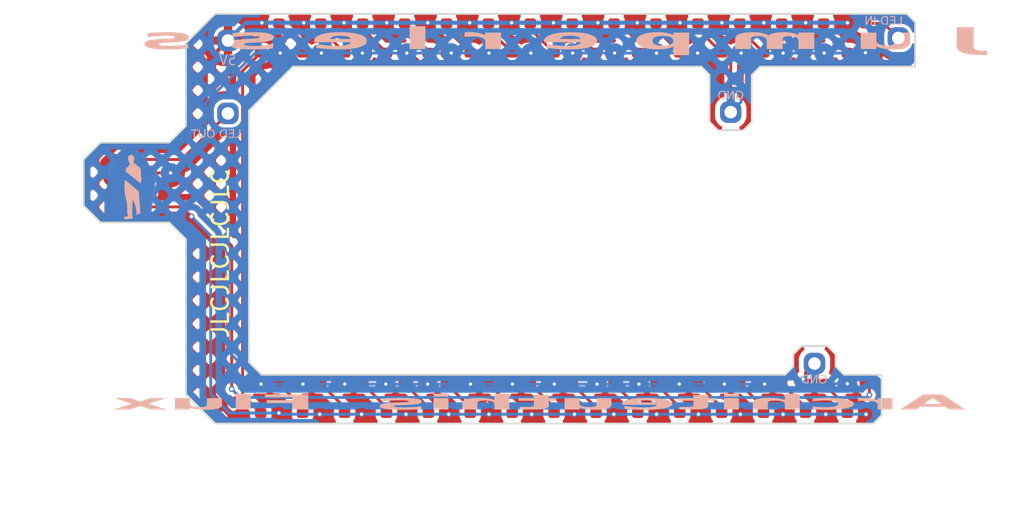
<source format=kicad_pcb>
(kicad_pcb (version 20240108) (generator "pcbnew") (generator_version "8.0")
  (title_block (title "LED Board Rev 3.1") (date "2023-11-11") (rev "3.1") (company "Architeuthis Flux") (comment 1 "Kevin Santo Cappuccio") (comment 2 "KevinC@ppucc.io"))
  (layers (0 "F.Cu" signal) (31 "B.Cu" signal) (34 "B.Paste" user) (35 "F.Paste" user) (36 "B.SilkS" user "B.Silkscreen") (37 "F.SilkS" user "F.Silkscreen") (38 "B.Mask" user) (39 "F.Mask" user) (44 "Edge.Cuts" user))
  (net 0 "")
  (net 1 "Net-(D92-DOUT)")
  (net 2 "Net-(D100-VSS)")
  (net 3 "Net-(D92-DIN)")
  (net 4 "Net-(D100-VDD)")
  (net 5 "Net-(D93-DOUT)")
  (net 6 "Net-(D94-DOUT)")
  (net 7 "Net-(D95-DOUT)")
  (net 8 "Net-(D96-DOUT)")
  (net 9 "Net-(D97-DOUT)")
  (net 10 "Net-(D98-DOUT)")
  (net 11 "Net-(D100-DIN)")
  (net 12 "Net-(D100-DOUT)")
  (net 13 "Net-(D101-DOUT)")
  (net 14 "Net-(D102-DOUT)")
  (net 15 "Net-(D103-DOUT)")
  (net 16 "Net-(D104-DOUT)")
  (net 17 "Net-(D105-DOUT)")
  (net 18 "Net-(D106-DOUT)")
  (net 19 "Net-(D107-DOUT)")
  (net 20 "Net-(D108-DOUT)")
  (net 21 "Net-(D109-DOUT)")
  (net 22 "Net-(D110-DOUT)")
  (net 23 "Net-(D111-DOUT)")
  (net 24 "Net-(D112-DOUT)")
  (net 25 "Net-(D113-DOUT)")
  (net 26 "Net-(D114-DOUT)")
  (net 27 "Net-(D115-DOUT)")
  (net 28 "Net-(D116-DOUT)")
  (net 29 "Net-(D117-DOUT)")
  (net 30 "Net-(D118-DOUT)")
  (net 31 "Net-(D119-DOUT)")
  (net 32 "Net-(D120-DOUT)")
  (net 33 "Net-(D121-DOUT)")
  (net 34 "Net-(D122-DOUT)")
  (footprint "JumperlessFootprints:ws2812c-2020-noSolk" (layer "F.Cu") (at 120.523 85.344 180)
    (property "Reference" "D116" (hide yes))
    (property "Value" "WS2812B" (hide yes))
  )
  (footprint "JumperlessFootprints:ws2812c-2020-noSolk" (layer "F.Cu") (at 128.143 85.344 180)
    (property "Reference" "D119" (hide yes))
    (property "Value" "WS2812B" (hide yes))
  )
  (footprint "JumperlessFootprints:PINHEADER-1x1_vertical" (layer "F.Cu") (at 125.603 67.9958)
    (property "Reference" "J10" (hide yes))
    (property "Value" "GND")
  )
  (footprint "JumperlessFootprints:PINHEADER-1x1_vertical" (layer "F.Cu") (at 95.123 68.072)
    (property "Reference" "TP19" (hide yes))
    (property "Value" "LED OUT")
  )
  (footprint "JumperlessFootprints:ws2812c-2020-noSolk" (layer "F.Cu") (at 117.983 63.5)
    (property "Reference" "D98" (hide yes))
    (property "Value" "WS2812B" (hide yes))
  )
  (footprint "JumperlessFootprints:ws2812c-2020-noSolk" (layer "F.Cu") (at 97.663 63.5)
    (property "Reference" "D106" (hide yes))
    (property "Value" "WS2812B" (hide yes))
  )
  (footprint "JumperlessFootprints:ws2812c-2020-noSolk" (layer "F.Cu") (at 115.443 63.5)
    (property "Reference" "D99" (hide yes))
    (property "Value" "WS2812B" (hide yes))
  )
  (footprint "JumperlessFootprints:ws2812c-2020-noSolk" (layer "F.Cu") (at 125.603 63.5)
    (property "Reference" "D95" (hide yes))
    (property "Value" "WS2812B" (hide yes))
  )
  (footprint "JumperlessFootprints:ws2812c-2020-noSolk" (layer "F.Cu") (at 100.203 85.344 180)
    (property "Reference" "D108" (hide yes))
    (property "Value" "WS2812B" (hide yes))
  )
  (footprint "JumperlessFootprints:ws2812c-2020-noSolk" (layer "F.Cu") (at 102.743 85.344 180)
    (property "Reference" "D109" (hide yes))
    (property "Value" "WS2812B" (hide yes))
  )
  (footprint "JumperlessFootprints:ws2812c-2020-noSolk" (layer "F.Cu") (at 125.603 85.344 180)
    (property "Reference" "D118" (hide yes))
    (property "Value" "WS2812B" (hide yes))
  )
  (footprint "JumperlessFootprints:ws2812c-2020-noSolk" (layer "F.Cu") (at 117.983 85.344 180)
    (property "Reference" "D115" (hide yes))
    (property "Value" "WS2812B" (hide yes))
  )
  (footprint "JumperlessFootprints:ws2812c-2020-noSolk" (layer "F.Cu") (at 110.363 85.344 180)
    (property "Reference" "D112" (hide yes))
    (property "Value" "WS2812B" (hide yes))
  )
  (footprint "JumperlessFootprints:ws2812c-2020-noSolk" (layer "F.Cu") (at 105.283 85.344 180)
    (property "Reference" "D110" (hide yes))
    (property "Value" "WS2812B" (hide yes))
  )
  (footprint "JumperlessFootprints:ws2812c-2020-noSolk" (layer "F.Cu") (at 110.363 63.5)
    (property "Reference" "D101" (hide yes))
    (property "Value" "WS2812B" (hide yes))
  )
  (footprint "JumperlessFootprints:ws2812c-2020-noSolk" (layer "F.Cu") (at 128.143 63.5)
    (property "Reference" "D94" (hide yes))
    (property "Value" "WS2812B" (hide yes))
  )
  (footprint "JumperlessFootprints:ws2812c-2020-noSolk" (layer "F.Cu") (at 123.063 63.5)
    (property "Reference" "D96" (hide yes))
    (property "Value" "WS2812B" (hide yes))
  )
  (footprint "JumperlessFootprints:ws2812c-2020-noSolk" (layer "F.Cu") (at 107.823 85.344 180)
    (property "Reference" "D111" (hide yes))
    (property "Value" "WS2812B" (hide yes))
  )
  (footprint "JumperlessFootprints:ws2812c-2020-noSolk" (layer "F.Cu") (at 123.063 85.344 180)
    (property "Reference" "D117" (hide yes))
    (property "Value" "WS2812B" (hide yes))
  )
  (footprint "JumperlessFootprints:ws2812c-2020-noSolk" (layer "F.Cu") (at 100.203 63.5)
    (property "Reference" "D105" (hide yes))
    (property "Value" "WS2812B" (hide yes))
  )
  (footprint "JumperlessFootprints:PINHEADER-1x1_vertical" (layer "F.Cu") (at 135.763 63.5)
    (property "Reference" "TP18" (hide yes))
    (property "Value" "LED IN")
  )
  (footprint "JumperlessFootprints:ws2812c-2020-noSolk" (layer "F.Cu") (at 130.683 63.5)
    (property "Reference" "D93" (hide yes))
    (property "Value" "WS2812B" (hide yes))
  )
  (footprint "JumperlessFootprints:ws2812c-2020-noSolk" (layer "F.Cu") (at 115.443 85.344 180)
    (property "Reference" "D114" (hide yes))
    (property "Value" "WS2812B" (hide yes))
  )
  (footprint "JumperlessFootprints:PINHEADER-1x1_vertical" (layer "F.Cu") (at 95.123 63.6524)
    (property "Reference" "J8" (hide yes))
    (property "Value" "5V")
  )
  (footprint "JumperlessFootprints:ws2812c-2020-noSolk" (layer "F.Cu") (at 89.408 72.136 90)
    (property "Reference" "D122" (hide yes))
    (property "Value" "WS2812B")
  )
  (footprint "JumperlessFootprints:ws2812c-2020-noSolk" (layer "F.Cu") (at 97.663 85.344 180)
    (property "Reference" "D107" (hide yes))
    (property "Value" "WS2812B" (hide yes))
  )
  (footprint "JumperlessFootprints:ws2812c-2020-noSolk" (layer "F.Cu") (at 105.283 63.5)
    (property "Reference" "D103" (hide yes))
    (property "Value" "WS2812B" (hide yes))
  )
  (footprint "JumperlessFootprints:ws2812c-2020-noSolk" (layer "F.Cu") (at 120.523 63.5)
    (property "Reference" "D97" (hide yes))
    (property "Value" "WS2812B" (hide yes))
  )
  (footprint "JumperlessFootprints:ws2812c-2020-noSolk" (layer "F.Cu") (at 133.223 63.5)
    (property "Reference" "D92" (hide yes))
    (property "Value" "WS2812B" (hide yes))
  )
  (footprint "JumperlessFootprints:ws2812c-2020-noSolk" (layer "F.Cu") (at 102.743 63.5)
    (property "Reference" "D104" (hide yes))
    (property "Value" "WS2812B" (hide yes))
  )
  (footprint "JumperlessFootprints:ws2812c-2020-noSolk" (layer "F.Cu") (at 130.683 85.344 180)
    (property "Reference" "D120" (hide yes))
    (property "Value" "WS2812B" (hide yes))
  )
  (footprint "JumperlessFootprints:ws2812c-2020-noSolk" (layer "F.Cu") (at 112.903 63.5)
    (property "Reference" "D100" (hide yes))
    (property "Value" "WS2812B" (hide yes))
  )
  (footprint "JumperlessFootprints:ws2812c-2020-noSolk" (layer "F.Cu") (at 112.903 85.344 180)
    (property "Reference" "D113" (hide yes))
    (property "Value" "WS2812B" (hide yes))
  )
  (footprint "JumperlessFootprints:PINHEADER-1x1_vertical" (layer "F.Cu") (at 130.683 83.2358)
    (property "Reference" "J9" (hide yes))
    (property "Value" "GND" (hide yes))
  )
  (footprint "JumperlessFootprints:ws2812c-2020-noSolk" (layer "F.Cu") (at 107.823 63.5)
    (property "Reference" "D102" (hide yes))
    (property "Value" "WS2812B" (hide yes))
  )
  (footprint "JumperlessFootprints:ws2812c-2020-noSolk" (layer "F.Cu") (at 133.223 85.344 180)
    (property "Reference" "D121" (hide yes))
    (property "Value" "WS2812B" (hide yes))
  )
  (gr_poly (pts (xy 88.873698 72.115433) (xy 88.871908 72.169139) (xy 88.870724 72.196586) (xy 88.868798 72.231616) (xy 88.866399 72.269724) (xy 88.863797 72.306408) (xy 88.857465 72.389969) (xy 88.846792 72.41061) (xy 88.836119 72.431252) (xy 88.843425 72.444308) (xy 88.850731 72.457365) (xy 88.842452 72.480262) (xy 88.834172 72.50316) (xy 88.842984 72.518985) (xy 88.851796 72.53481) (xy 88.853998 72.60067) (xy 88.854801 72.630093) (xy 88.855365 72.66152) (xy 88.855633 72.691187) (xy 88.855546 72.715333) (xy 88.855624 72.726121) (xy 88.856114 72.73809) (xy 88.856976 72.75084) (xy 88.858168 72.763975) (xy 88.85965 72.777095) (xy 88.861382 72.789803) (xy 88.863321 72.8017) (xy 88.865429 72.812389) (xy 88.867623 72.82279) (xy 88.869815 72.833861) (xy 88.873954 72.856651) (xy 88.87738 72.878039) (xy 88.878681 72.887358) (xy 88.879628 72.895306) (xy 88.883986 72.929153) (xy 88.890889 72.972966) (xy 88.9 73.025) (xy 88.910983 73.083509) (xy 88.923499 73.146748) (xy 88.937213 73.21297) (xy 88.951788 73.280429) (xy 88.966885 73.34738) (xy 88.978777 73.400191) (xy 88.990129 73.452811) (xy 88.999655 73.499148) (xy 89.00607 73.533106) (xy 89.016811 73.595499) (xy 89.02149 73.872803) (xy 89.026169 74.150107) (xy 89.045661 74.198636) (xy 89.049649 74.208845) (xy 89.053506 74.219258) (xy 89.05714 74.229584) (xy 89.060455 74.239532) (xy 89.063357 74.24881) (xy 89.065754 74.257127) (xy 89.067549 74.264191) (xy 89.068649 74.26971) (xy 89.072145 74.292257) (xy 89.052319 74.300932) (xy 89.047946 74.302938) (xy 89.043113 74.30532) (xy 89.037979 74.307989) (xy 89.032704 74.310857) (xy 89.027447 74.313834) (xy 89.022369 74.316833) (xy 89.017629 74.319764) (xy 89.013386 74.322539) (xy 88.994279 74.335472) (xy 88.866111 74.335472) (xy 88.847545 74.348653) (xy 88.828979 74.361836) (xy 88.82134 74.384985) (xy 88.813701 74.408134) (xy 88.82012 74.425015) (xy 88.820822 74.426774) (xy 88.8216 74.428559) (xy 88.822446 74.430359) (xy 88.823352 74.432161) (xy 88.824309 74.433953) (xy 88.82531 74.435722) (xy 88.826346 74.437455) (xy 88.827409 74.43914) (xy 88.828492 74.440765) (xy 88.829585 74.442317) (xy 88.830682 74.443784) (xy 88.831773 74.445153) (xy 88.832851 74.446411) (xy 88.833908 74.447546) (xy 88.834935 74.448546) (xy 88.835925 74.449398) (xy 88.839854 74.451991) (xy 88.845168 74.454644) (xy 88.85174 74.457332) (xy 88.859445 74.460027) (xy 88.868157 74.462703) (xy 88.877749 74.465333) (xy 88.888095 74.467889) (xy 88.899069 74.470346) (xy 88.910546 74.472675) (xy 88.9224 74.474851) (xy 88.934503 74.476846) (xy 88.946731 74.478634) (xy 88.958957 74.480187) (xy 88.971055 74.481479) (xy 88.982899 74.482483) (xy 88.994363 74.483172) (xy 89.05329 74.485924) (xy 89.084486 74.475557) (xy 89.084434 74.4755) (xy 89.11563 74.465133) (xy 89.215 74.46276) (xy 89.314373 74.460386) (xy 89.324999 74.449761) (xy 89.335627 74.439133) (xy 89.336556 74.400341) (xy 89.337485 74.361548) (xy 89.349582 74.361548) (xy 89.342486 74.352883) (xy 89.341508 74.35151) (xy 89.340555 74.349815) (xy 89.33873 74.345485) (xy 89.337016 74.339944) (xy 89.335417 74.333242) (xy 89.333938 74.325429) (xy 89.332583 74.316553) (xy 89.331358 74.306666) (xy 89.330265 74.295816) (xy 89.329311 74.284054) (xy 89.328498 74.271429) (xy 89.327833 74.257991) (xy 89.327319 74.24379) (xy 89.326961 74.228875) (xy 89.326763 74.213297) (xy 89.32673 74.197105) (xy 89.326867 74.180349) (xy 89.327933 74.099671) (xy 89.317774 74.060777) (xy 89.307616 74.021885) (xy 89.32132 73.933477) (xy 89.335021 73.84507) (xy 89.331614 73.644282) (xy 89.328208 73.443495) (xy 89.334304 73.43211) (xy 89.334962 73.430702) (xy 89.335679 73.428847) (xy 89.336449 73.426575) (xy 89.337264 73.423917) (xy 89.339003 73.417562) (xy 89.340838 73.410027) (xy 89.342714 73.401552) (xy 89.344572 73.392382) (xy 89.346356 73.382759) (xy 89.34801 73.372925) (xy 89.349681 73.363182) (xy 89.351516 73.353819) (xy 89.353454 73.34506) (xy 89.355435 73.337131) (xy 89.357401 73.330255) (xy 89.35929 73.324657) (xy 89.360187 73.322407) (xy 89.361043 73.320562) (xy 89.36185 73.319148) (xy 89.362601 73.318193) (xy 89.369576 73.311263) (xy 89.377811 73.32498) (xy 89.386165 73.340446) (xy 89.396912 73.362691) (xy 89.40938 73.390142) (xy 89.422899 73.421226) (xy 89.436796 73.454371) (xy 89.450401 73.488003) (xy 89.463041 73.52055) (xy 89.474045 73.550438) (xy 89.488007 73.59043) (xy 89.499735 73.625936) (xy 89.509747 73.658996) (xy 89.518556 73.691647) (xy 89.526679 73.725929) (xy 89.534632 73.763879) (xy 89.54293 73.807536) (xy 89.552089 73.858939) (xy 89.557751 73.889868) (xy 89.56512 73.92796) (xy 89.573242 73.968378) (xy 89.581165 74.006287) (xy 89.599353 74.091243) (xy 89.588022 74.120906) (xy 89.586868 74.124097) (xy 89.585746 74.127532) (xy 89.584663 74.131178) (xy 89.583623 74.135004) (xy 89.581699 74.143065) (xy 89.58002 74.151461) (xy 89.578633 74.159935) (xy 89.577585 74.168231) (xy 89.577202 74.172233) (xy 89.576922 74.176094) (xy 89.576749 74.179783) (xy 89.57669 74.183268) (xy 89.57669 74.215968) (xy 89.589588 74.215968) (xy 89.591029 74.215882) (xy 89.592679 74.215629) (xy 89.594518 74.215218) (xy 89.596528 74.214657) (xy 89.598689 74.213955) (xy 89.600982 74.21312) (xy 89.603389 74.212161) (xy 89.605889 74.211087) (xy 89.608464 74.209905) (xy 89.611095 74.208625) (xy 89.613762 74.207255) (xy 89.616446 74.205803) (xy 89.619128 74.204279) (xy 89.62179 74.202689) (xy 89.624411 74.201044) (xy 89.626973 74.199352) (xy 89.629577 74.197635) (xy 89.632322 74.195919) (xy 89.638143 74.192534) (xy 89.64425 74.189284) (xy 89.650455 74.186256) (xy 89.656571 74.183537) (xy 89.659538 74.182321) (xy 89.662412 74.181215) (xy 89.665172 74.18023) (xy 89.667792 74.179376) (xy 89.67025 74.178666) (xy 89.672523 74.178109) (xy 89.674709 74.177589) (xy 89.676911 74.176991) (xy 89.679115 74.17632) (xy 89.681307 74.175584) (xy 89.68347 74.17479) (xy 89.685592 74.173945) (xy 89.687657 74.173056) (xy 89.68965 74.172131) (xy 89.691556 74.171176) (xy 89.693362 74.170198) (xy 89.695052 74.169204) (xy 89.696611 74.168203) (xy 89.698025 74.1672) (xy 89.699279 74.166203) (xy 89.700358 74.165219) (xy 89.701248 74.164255) (xy 89.701672 74.163776) (xy 89.702152 74.163292) (xy 89.703273 74.16231) (xy 89.704595 74.161317) (xy 89.706102 74.16032) (xy 89.707777 74.159325) (xy 89.709605 74.15834) (xy 89.711569 74.157371) (xy 89.713654 74.156426) (xy 89.715843 74.155512) (xy 89.718119 74.154635) (xy 89.720468 74.153803) (xy 89.722872 74.153022) (xy 89.725315 74.152301) (xy 89.727782 74.151645) (xy 89.730257 74.151061) (xy 89.732722 74.150558) (xy 89.735296 74.150009) (xy 89.738085 74.149287) (xy 89.741064 74.148402) (xy 89.744205 74.147367) (xy 89.747482 74.146194) (xy 89.750868 74.144895) (xy 89.754337 74.143481) (xy 89.757861 74.141964) (xy 89.764969 74.138669) (xy 89.771979 74.135106) (xy 89.77538 74.133254) (xy 89.778677 74.13137) (xy 89.781842 74.129466) (xy 89.784849 74.127554) (xy 89.813162 74.109018) (xy 89.808627 74.091435) (xy 89.808155 74.088996) (xy 89.807671 74.085356) (xy 89.806679 74.074761) (xy 89.805681 74.060234) (xy 89.804706 74.04236) (xy 89.803783 74.021722) (xy 89.802943 73.998904) (xy 89.802213 73.97449) (xy 89.801623 73.949064) (xy 89.800055 73.893227) (xy 89.797629 73.833441) (xy 89.794675 73.776873) (xy 89.79152 73.730687) (xy 89.77725 73.550439) (xy 89.774118 73.513783) (xy 89.7705 73.478037) (xy 89.766844 73.447295) (xy 89.765142 73.43508) (xy 89.763599 73.425652) (xy 89.762068 73.415729) (xy 89.760402 73.402095) (xy 89.758656 73.385361) (xy 89.756881 73.36614) (xy 89.755133 73.345042) (xy 89.753464 73.322679) (xy 89.751927 73.299661) (xy 89.750577 73.276601) (xy 89.747574 73.229157) (xy 89.743835 73.181972) (xy 89.739837 73.140506) (xy 89.73789 73.123624) (xy 89.736058 73.110219) (xy 89.727547 73.054758) (xy 89.726653 72.928566) (xy 89.725758 72.802374) (xy 89.306577 72.452055) (xy 88.887396 72.101735)) (stroke (width 0.006932)) (fill solid) (layer "B.SilkS"))
  (gr_poly (pts (xy 89.25068 70.584291) (xy 89.243562 70.584901) (xy 89.235977 70.58587) (xy 89.227831 70.587187) (xy 89.219026 70.588841) (xy 89.209466 70.59082) (xy 89.17437 70.598346) (xy 89.135188 70.634148) (xy 89.096006 70.669951) (xy 89.080508 70.704986) (xy 89.065009 70.740022) (xy 89.068311 70.788177) (xy 89.071612 70.836333) (xy 89.088428 70.875329) (xy 89.091806 70.883518) (xy 89.094958 70.891845) (xy 89.097813 70.900077) (xy 89.100304 70.907983) (xy 89.102362 70.915334) (xy 89.103917 70.921896) (xy 89.104484 70.924809) (xy 89.1049 70.927438) (xy 89.105156 70.929755) (xy 89.105243 70.931731) (xy 89.105297 70.933607) (xy 89.105455 70.935632) (xy 89.105711 70.937788) (xy 89.106061 70.940055) (xy 89.106498 70.942415) (xy 89.107019 70.944847) (xy 89.107616 70.947334) (xy 89.108286 70.949856) (xy 89.109022 70.952393) (xy 89.10982 70.954927) (xy 89.110674 70.957439) (xy 89.111579 70.959909) (xy 89.11253 70.962319) (xy 89.11352 70.964649) (xy 89.114546 70.96688) (xy 89.115601 70.968993) (xy 89.116657 70.971107) (xy 89.117683 70.973343) (xy 89.118674 70.97568) (xy 89.119626 70.9781) (xy 89.120533 70.980583) (xy 89.121389 70.98311) (xy 89.122189 70.985662) (xy 89.122928 70.988219) (xy 89.123601 70.990762) (xy 89.124202 70.993272) (xy 89.124725 70.995729) (xy 89.125166 70.998115) (xy 89.125519 71.000411) (xy 89.125779 71.002595) (xy 89.125941 71.004651) (xy 89.125998 71.006558) (xy 89.1261 71.008521) (xy 89.126399 71.010743) (xy 89.126884 71.013199) (xy 89.127546 71.015864) (xy 89.128374 71.018713) (xy 89.129359 71.021721) (xy 89.130489 71.024864) (xy 89.131756 71.028116) (xy 89.133149 71.031452) (xy 89.134657 71.034849) (xy 89.136271 71.03828) (xy 89.13798 71.04172) (xy 89.139775 71.045146) (xy 89.141645 71.048532) (xy 89.14358 71.051854) (xy 89.145569 71.055085) (xy 89.149645 71.061701) (xy 89.153743 71.068693) (xy 89.157753 71.075851) (xy 89.161563 71.082962) (xy 89.165063 71.089814) (xy 89.168141 71.096196) (xy 89.170687 71.101897) (xy 89.172591 71.106704) (xy 89.175876 71.115708) (xy 89.179285 71.12485) (xy 89.182413 71.133059) (xy 89.184859 71.13927) (xy 89.189638 71.151037) (xy 89.145396 71.198198) (xy 89.136181 71.208351) (xy 89.126949 71.219137) (xy 89.117948 71.230227) (xy 89.109425 71.24129) (xy 89.101627 71.251996) (xy 89.094803 71.262015) (xy 89.091833 71.266663) (xy 89.089199 71.271016) (xy 89.086932 71.275032) (xy 89.085063 71.27867) (xy 89.068972 71.311983) (xy 88.975094 71.373833) (xy 88.963348 71.406654) (xy 88.95612 71.427418) (xy 88.949874 71.446634) (xy 88.944531 71.464626) (xy 88.94001 71.48172) (xy 88.936231 71.498241) (xy 88.933114 71.514514) (xy 88.930578 71.530863) (xy 88.928543 71.547614) (xy 88.92383 71.591993) (xy 89.106393 71.738215) (xy 89.557704 72.100443) (xy 89.662493 72.184314) (xy 89.749141 72.252998) (xy 89.808646 72.299405) (xy 89.825408 72.312041) (xy 89.832009 72.31645) (xy 89.83231 72.3164) (xy 89.832638 72.316252) (xy 89.832993 72.316008) (xy 89.833372 72.315671) (xy 89.833775 72.315243) (xy 89.834202 72.314727) (xy 89.835118 72.313439) (xy 89.836111 72.311827) (xy 89.837173 72.30991) (xy 89.838295 72.307708) (xy 89.839467 72.305241) (xy 89.840681 72.302528) (xy 89.841928 72.299588) (xy 89.843198 72.296442) (xy 89.844483 72.293108) (xy 89.845774 72.289607) (xy 89.847062 72.285957) (xy 89.848337 72.282179) (xy 89.849591 72.278292) (xy 89.849589 72.278289) (xy 89.849587 72.278286) (xy 89.849583 72.27828) (xy 89.861612 72.240122) (xy 89.861932 72.182957) (xy 89.862253 72.125791) (xy 89.869836 72.116539) (xy 89.877423 72.107287) (xy 89.873502 71.97355) (xy 89.865945 71.959548) (xy 89.865162 71.957905) (xy 89.864376 71.955886) (xy 89.86359 71.953517) (xy 89.862812 71.950828) (xy 89.862044 71.947848) (xy 89.861294 71.944604) (xy 89.860566 71.941125) (xy 89.859864 71.937439) (xy 89.858564 71.929564) (xy 89.857434 71.921205) (xy 89.856516 71.912591) (xy 89.85615 71.908259) (xy 89.855852 71.903949) (xy 89.849961 71.810359) (xy 89.848144 71.779896) (xy 89.846852 71.752686) (xy 89.846086 71.728356) (xy 89.845845 71.706534) (xy 89.846131 71.686848) (xy 89.846943 71.668926) (xy 89.848281 71.652394) (xy 89.850147 71.636881) (xy 89.85554 71.598589) (xy 89.843676 71.564089) (xy 89.841298 71.55662) (xy 89.839088 71.548608) (xy 89.837095 71.540306) (xy 89.835365 71.531962) (xy 89.833947 71.523826) (xy 89.832889 71.516149) (xy 89.832237 71.509179) (xy 89.832079 71.506038) (xy 89.83204 71.503167) (xy 89.832269 71.476744) (xy 89.818342 71.444254) (xy 89.808877 71.422339) (xy 89.800856 71.404197) (xy 89.793975 71.389229) (xy 89.787929 71.376834) (xy 89.782416 71.366413) (xy 89.777131 71.357367) (xy 89.771771 71.349095) (xy 89.766031 71.340998) (xy 89.749717 71.318789) (xy 89.700681 71.293023) (xy 89.651645 71.267257) (xy 89.64049 71.249375) (xy 89.635948 71.242157) (xy 89.631823 71.235726) (xy 89.628571 71.230782) (xy 89.627414 71.229086) (xy 89.626645 71.228025) (xy 89.626469 71.227849) (xy 89.626221 71.227675) (xy 89.625902 71.227503) (xy 89.625515 71.227333) (xy 89.624543 71.227003) (xy 89.623321 71.226686) (xy 89.621866 71.226383) (xy 89.620194 71.226097) (xy 89.618321 71.22583) (xy 89.616263 71.225582) (xy 89.614036 71.225357) (xy 89.611656 71.225156) (xy 89.60914 71.224981) (xy 89.606505 71.224834) (xy 89.603765 71.224716) (xy 89.600937 71.22463) (xy 89.598038 71.224576) (xy 89.595083 71.224558) (xy 89.566215 71.224558) (xy 89.563911 71.207226) (xy 89.563577 71.205353) (xy 89.56306 71.20332) (xy 89.562371 71.201148) (xy 89.561522 71.198856) (xy 89.560521 71.196463) (xy 89.559382 71.193989) (xy 89.558113 71.191454) (xy 89.556727 71.188876) (xy 89.555234 71.186277) (xy 89.553645 71.183674) (xy 89.551971 71.181089) (xy 89.550223 71.17854) (xy 89.548411 71.176046) (xy 89.546547 71.173628) (xy 89.544641 71.171305) (xy 89.542704 71.169097) (xy 89.538508 71.164373) (xy 89.533821 71.15891) (xy 89.528801 71.152903) (xy 89.523605 71.146549) (xy 89.518392 71.140041) (xy 89.513318 71.133574) (xy 89.508542 71.127344) (xy 89.504221 71.121546) (xy 89.484636 71.094793) (xy 89.459885 71.09881) (xy 89.435134 71.102827) (xy 89.422687 71.091559) (xy 89.410235 71.080292) (xy 89.410235 70.972377) (xy 89.421417 70.925152) (xy 89.432599 70.877927) (xy 89.434834 70.802079) (xy 89.43707 70.72623) (xy 89.427941 70.705022) (xy 89.42688 70.702711) (xy 89.425592 70.70017) (xy 89.424095 70.697425) (xy 89.422406 70.6945) (xy 89.418525 70.688217) (xy 89.414088 70.681528) (xy 89.409237 70.674638) (xy 89.404112 70.667753) (xy 89.398854 70.66108) (xy 89.396219 70.657887) (xy 89.393603 70.654824) (xy 89.368395 70.625835) (xy 89.325828 70.604565) (xy 89.317468 70.600469) (xy 89.309703 70.596858) (xy 89.302436 70.59372) (xy 89.295571 70.591044) (xy 89.289013 70.588819) (xy 89.282663 70.587032) (xy 89.276427 70.585674) (xy 89.270207 70.584732) (xy 89.263906 70.584195) (xy 89.25743 70.584052)) (stroke (width 0.006932)) (fill solid) (layer "B.SilkS"))
  (gr_line (start 87.4014 74.676) (end 91.567 74.676) (stroke (width 0.1)) (layer "Edge.Cuts"))
  (gr_line (start 94.361 62.042137) (end 92.583 63.820137) (stroke (width 0.1)) (layer "Edge.Cuts"))
  (gr_line (start 96.393 67.8942) (end 96.393 68.011137) (stroke (width 0.1)) (layer "Edge.Cuts"))
  (gr_line (start 131.953 82.677) (end 131.445 82.169) (stroke (width 0.1)) (layer "Edge.Cuts"))
  (gr_line (start 92.583 85.09) (end 92.583 75.692) (stroke (width 0.1)) (layer "Edge.Cuts"))
  (gr_line (start 99.06 65.2272) (end 96.393 67.8942) (stroke (width 0.1)) (layer "Edge.Cuts"))
  (gr_line (start 124.333 68.58) (end 124.841 69.088) (stroke (width 0.1)) (layer "Edge.Cuts"))
  (gr_line (start 86.3854 73.66) (end 87.4014 74.676) (stroke (width 0.1)) (layer "Edge.Cuts"))
  (gr_line (start 86.3854 70.866) (end 86.3854 73.66) (stroke (width 0.1)) (layer "Edge.Cuts"))
  (gr_line (start 92.583 68.834) (end 91.567 69.85) (stroke (width 0.1)) (layer "Edge.Cuts"))
  (gr_line (start 124.333 65.7352) (end 123.825 65.2272) (stroke (width 0.1)) (layer "Edge.Cuts"))
  (gr_line (start 129.413 83.4136) (end 129.413 82.677) (stroke (width 0.1)) (layer "Edge.Cuts"))
  (gr_line (start 94.361 86.868) (end 92.583 85.09) (stroke (width 0.1)) (layer "Edge.Cuts"))
  (gr_line (start 136.271 62.042137) (end 136.779 62.550137) (stroke (width 0.1)) (layer "Edge.Cuts"))
  (gr_line (start 134.747 86.36) (end 134.747 83.9216) (stroke (width 0.1)) (layer "Edge.Cuts"))
  (gr_line (start 91.567 74.676) (end 92.583 75.692) (stroke (width 0.1)) (layer "Edge.Cuts"))
  (gr_line (start 126.873 65.7352) (end 126.873 68.58) (stroke (width 0.1)) (layer "Edge.Cuts"))
  (gr_line (start 92.583 63.820137) (end 92.583 66.548) (stroke (width 0.1)) (layer "Edge.Cuts"))
  (gr_line (start 94.361 86.868) (end 134.239 86.868) (stroke (width 0.1)) (layer "Edge.Cuts"))
  (gr_line (start 134.747 86.36) (end 134.239 86.868) (stroke (width 0.1)) (layer "Edge.Cuts"))
  (gr_line (start 96.393 83.1596) (end 97.155 83.9216) (stroke (width 0.1)) (layer "Edge.Cuts"))
  (gr_line (start 124.333 68.58) (end 124.333 65.7352) (stroke (width 0.1)) (layer "Edge.Cuts"))
  (gr_line (start 92.583 66.548) (end 92.583 68.834) (stroke (width 0.1)) (layer "Edge.Cuts"))
  (gr_line (start 129.413 83.4136) (end 128.905 83.9216) (stroke (width 0.1)) (layer "Edge.Cuts"))
  (gr_line (start 131.953 82.677) (end 131.953 83.4136) (stroke (width 0.1)) (layer "Edge.Cuts"))
  (gr_line (start 132.461 83.9216) (end 134.747 83.9216) (stroke (width 0.1)) (layer "Edge.Cuts"))
  (gr_line (start 126.873 65.7352) (end 127.381 65.2272) (stroke (width 0.1)) (layer "Edge.Cuts"))
  (gr_line (start 129.921 82.169) (end 131.445 82.169) (stroke (width 0.1)) (layer "Edge.Cuts"))
  (gr_line (start 131.953 83.4136) (end 132.461 83.9216) (stroke (width 0.1)) (layer "Edge.Cuts"))
  (gr_line (start 87.4014 69.85) (end 86.3854 70.866) (stroke (width 0.1)) (layer "Edge.Cuts"))
  (gr_line (start 129.413 82.677) (end 129.921 82.169) (stroke (width 0.1)) (layer "Edge.Cuts"))
  (gr_line (start 99.06 65.2272) (end 123.825 65.2272) (stroke (width 0.1)) (layer "Edge.Cuts"))
  (gr_line (start 128.905 83.9216) (end 97.155 83.9216) (stroke (width 0.1)) (layer "Edge.Cuts"))
  (gr_line (start 96.393 83.1596) (end 96.393 68.011137) (stroke (width 0.1)) (layer "Edge.Cuts"))
  (gr_line (start 126.365 69.088) (end 124.841 69.088) (stroke (width 0.1)) (layer "Edge.Cuts"))
  (gr_line (start 126.873 68.58) (end 126.365 69.088) (stroke (width 0.1)) (layer "Edge.Cuts"))
  (gr_line (start 136.779 62.550137) (end 136.779 65.2272) (stroke (width 0.1)) (layer "Edge.Cuts"))
  (gr_line (start 91.567 69.85) (end 87.4014 69.85) (stroke (width 0.1)) (layer "Edge.Cuts"))
  (gr_line (start 136.271 62.042137) (end 94.361 62.042137) (stroke (width 0.1)) (layer "Edge.Cuts"))
  (gr_line (start 127.381 65.2272) (end 136.779 65.2272) (stroke (width 0.1)) (layer "Edge.Cuts"))
  (gr_text "J u m p e r l e s s" (at 115.316 63.627 0) (layer "B.SilkS") (effects (font (size 1.3 3.9) (thickness 0.1) (bold yes)) (justify mirror)))
  (gr_text "GND" (at 130.6576 84.2264 0) (layer "B.SilkS") (effects (font (size 0.5 0.5) (thickness 0.1)) (justify mirror)))
  (gr_text "Architeuthis  Flux" (at 113.9952 85.6488 0) (layer "B.SilkS") (effects (font (size 0.9 3.7) (thickness 0.06) (bold yes)) (justify mirror)))
  (gr_text "JLCJLCJLCJLC" (at 95.25 81.788 90) (layer "F.SilkS") (effects (font (size 1 1)) (justify left bottom)))
  (segment (start 131.233 62.949) (end 132.673 64.389) (width 0.175) (layer "F.Cu") (net 1))
  (segment (start 131.233 62.611) (end 131.233 62.949) (width 0.175) (layer "F.Cu") (net 1))
  (segment (start 123.613 64.389) (end 123.613 64.3978) (width 0.175) (layer "F.Cu") (net 2))
  (segment (start 125.1966 84.455) (end 125.222 84.4804) (width 0.175) (layer "F.Cu") (net 2))
  (segment (start 110.9218 64.389) (end 110.9472 64.4144) (width 0.175) (layer "F.Cu") (net 2))
  (segment (start 109.813 84.4638) (end 109.8296 84.4804) (width 0.175) (layer "F.Cu") (net 2))
  (segment (start 100.7618 64.389) (end 100.7872 64.4144) (width 0.175) (layer "F.Cu") (net 2))
  (segment (start 112.353 84.455) (end 112.353 84.4638) (width 0.175) (layer "F.Cu") (net 2))
  (segment (start 114.893 84.455) (end 114.893 84.4638) (width 0.175) (layer "F.Cu") (net 2))
  (segment (start 103.293 64.3978) (end 103.2764 64.4144) (width 0.175) (layer "F.Cu") (net 2))
  (segment (start 116.0018 64.389) (end 116.0272 64.4144) (width 0.175) (layer "F.Cu") (net 2))
  (segment (start 123.613 64.3978) (end 123.5964 64.4144) (width 0.175) (layer "F.Cu") (net 2))
  (segment (start 90.3898 71.6788) (end 90.297 71.586) (width 0.175) (layer "F.Cu") (net 2))
  (segment (start 118.533 64.389) (end 118.5418 64.389) (width 0.175) (layer "F.Cu") (net 2))
  (segment (start 125.603 64.939) (end 126.153 64.389) (width 0.175) (layer "F.Cu") (net 2))
  (segment (start 98.213 64.389) (end 98.2726 64.389) (width 0.175) (layer "F.Cu") (net 2))
  (segment (start 104.733 84.455) (end 104.7242 84.455) (width 0.175) (layer "F.Cu") (net 2))
  (segment (start 113.4618 64.389) (end 113.4872 64.4144) (width 0.175) (layer "F.Cu") (net 2))
  (segment (start 121.0818 64.389) (end 121.1072 64.4144) (width 0.175) (layer "F.Cu") (net 2))
  (segment (start 105.9434 64.389) (end 105.9688 64.4144) (width 0.175) (layer "F.Cu") (net 2))
  (segment (start 130.133 84.311384) (end 129.997206 84.17559) (width 0.175) (layer "F.Cu") (net 2))
  (segment (start 125.053 84.455) (end 125.1966 84.455) (width 0.175) (layer "F.Cu") (net 2))
  (segment (start 131.2418 64.389) (end 131.2672 64.4144) (width 0.175) (layer "F.Cu") (net 2))
  (segment (start 108.6358 64.389) (end 108.6612 64.4144) (width 0.175) (layer "F.Cu") (net 2))
  (segment (start 130.133 83.7858) (end 130.683 83.2358) (width 0.175) (layer "F.Cu") (net 2))
  (segment (start 110.913 64.389) (end 110.9218 64.389) (width 0.175) (layer "F.Cu") (net 2))
  (segment (start 97.113 84.455) (end 97.113 84.4638) (width 0.175) (layer "F.Cu") (net 2))
  (segment (start 122.513 84.455) (end 122.5042 84.455) (width 0.175) (layer "F.Cu") (net 2))
  (segment (start 104.7242 84.455) (end 104.6988 84.4804) (width 0.175) (layer "F.Cu") (net 2))
  (segment (start 113.453 64.389) (end 113.4618 64.389) (width 0.175) (layer "F.Cu") (net 2))
  (segment (start 128.7526 64.389) (end 128.778 64.4144) (width 0.175) (layer "F.Cu") (net 2))
  (segment (start 114.893 84.4638) (end 114.9096 84.4804) (width 0.175) (layer "F.Cu") (net 2))
  (segment (start 99.653 84.455) (end 99.653 84.4638) (width 0.175) (layer "F.Cu") (net 2))
  (segment (start 127.635 84.455) (end 127.6604 84.4804) (width 0.175) (layer "F.Cu") (net 2))
  (segment (start 99.653 84.4638) (end 99.6696 84.4804) (width 0.175) (layer "F.Cu") (net 2))
  (segment (start 112.353 84.4638) (end 112.3696 84.4804) (width 0.175) (layer "F.Cu") (net 2))
  (segment (start 107.273 84.455) (end 107.2642 84.455) (width 0.175) (layer "F.Cu") (net 2))
  (segment (start 125.603 67.9958) (end 125.603 64.939) (width 0.175) (layer "F.Cu") (net 2))
  (segment (start 126.2126 64.389) (end 126.238 64.4144) (width 0.175) (layer "F.Cu") (net 2))
  (segment (start 128.693 64.389) (end 128.7526 64.389) (width 0.175) (layer "F.Cu") (net 2))
  (segment (start 131.233 64.389) (end 131.2418 64.389) (width 0.175) (layer "F.Cu") (net 2))
  (segment (start 120.015 84.455) (end 120.0404 84.4804) (width 0.175) (layer "F.Cu") (net 2))
  (segment (start 97.113 84.4638) (end 97.1296 84.4804) (width 0.175) (layer "F.Cu") (net 2))
  (segment (start 118.5418 64.389) (end 118.5672 64.4144) (width 0.175) (layer "F.Cu") (net 2))
  (segment (start 117.433 84.455) (end 117.475 84.455) (width 0.175) (layer "F.Cu") (net 2))
  (segment (start 108.373 64.389) (end 108.6358 64.389) (width 0.175) (layer "F.Cu") (net 2))
  (segment (start 102.193 84.455) (end 102.193 84.4638) (width 0.175) (layer "F.Cu") (net 2))
  (segment (start 107.2642 84.455) (end 107.2388 84.4804) (width 0.175) (layer "F.Cu") (net 2))
  (segment (start 103.293 64.389) (end 103.293 64.3978) (width 0.175) (layer "F.Cu") (net 2))
  (segment (start 119.973 84.455) (end 120.015 84.455) (width 0.175) (layer "F.Cu") (net 2))
  (segment (start 91.6432 71.6788) (end 90.3898 71.6788) (width 0.175) (layer "F.Cu") (net 2))
  (segment (start 130.133 84.455) (end 130.133 84.311384) (width 0.175) (layer "F.Cu") (net 2))
  (segment (start 130.133 84.455) (end 130.133 83.7858) (width 0.175) (layer "F.Cu") (net 2))
  (segment (start 98.2726 64.389) (end 98.298 64.4144) (width 0.175) (layer "F.Cu") (net 2))
  (segment (start 109.813 84.455) (end 109.813 84.4638) (width 0.175) (layer "F.Cu") (net 2))
  (segment (start 105.833 64.389) (end 105.9434 64.389) (width 0.175) (layer "F.Cu") (net 2))
  (segment (start 102.193 84.4638) (end 102.2096 84.4804) (width 0.175) (layer "F.Cu") (net 2))
  (segment (start 117.475 84.455) (end 117.5004 84.4804) (width 0.175) (layer "F.Cu") (net 2))
  (segment (start 121.073 64.389) (end 121.0818 64.389) (width 0.175) (layer "F.Cu") (net 2))
  (segment (start 115.993 64.389) (end 116.0018 64.389) (width 0.175) (layer "F.Cu") (net 2))
  (segment (start 126.153 64.389) (end 126.2126 64.389) (width 0.175) (layer "F.Cu") (net 2))
  (segment (start 100.753 64.389) (end 100.7618 64.389) (width 0.175) (layer "F.Cu") (net 2))
  (segment (start 127.593 84.455) (end 127.635 84.455) (width 0.175) (layer "F.Cu") (net 2))
  (segment (start 122.5042 84.455) (end 122.4788 84.4804) (width 0.175) (layer "F.Cu") (net 2))
  (via (at 133.773 64.389) (size 0.35) (drill 0.2) (layers "F.Cu" "B.Cu") (net 2))
  (via (at 116.0272 64.4144) (size 0.35) (drill 0.2) (layers "F.Cu" "B.Cu") (net 2))
  (via (at 126.238 64.4144) (size 0.35) (drill 0.2) (layers "F.Cu" "B.Cu") (net 2))
  (via (at 100.7872 64.4144) (size 0.35) (drill 0.2) (layers "F.Cu" "B.Cu") (net 2))
  (via (at 113.4872 64.4144) (size 0.35) (drill 0.2) (layers "F.Cu" "B.Cu") (net 2))
  (via (at 132.673 84.455) (size 0.35) (drill 0.2) (layers "F.Cu" "B.Cu") (net 2))
  (via (at 120.0404 84.4804) (size 0.35) (drill 0.2) (layers "F.Cu" "B.Cu") (net 2))
  (via (at 128.778 64.4144) (size 0.35) (drill 0.2) (layers "F.Cu" "B.Cu") (net 2))
  (via (at 91.6432 71.6788) (size 0.35) (drill 0.2) (layers "F.Cu" "B.Cu") (net 2))
  (via (at 118.5672 64.4144) (size 0.35) (drill 0.2) (layers "F.Cu" "B.Cu") (net 2))
  (via (at 99.6696 84.4804) (size 0.35) (drill 0.2) (layers "F.Cu" "B.Cu") (net 2))
  (via (at 131.2672 64.4144) (size 0.35) (drill 0.2) (layers "F.Cu" "B.Cu") (net 2))
  (via (at 103.2764 64.4144) (size 0.35) (drill 0.2) (layers "F.Cu" "B.Cu") (net 2))
  (via (at 112.3696 84.4804) (size 0.35) (drill 0.2) (layers "F.Cu" "B.Cu") (net 2))
  (via (at 117.5004 84.4804) (size 0.35) (drill 0.2) (layers "F.Cu" "B.Cu") (net 2))
  (via (at 109.8296 84.4804) (size 0.35) (drill 0.2) (layers "F.Cu" "B.Cu") (net 2))
  (via (at 127.6604 84.4804) (size 0.35) (drill 0.2) (layers "F.Cu" "B.Cu") (net 2))
  (via (at 98.298 64.4144) (size 0.35) (drill 0.2) (layers "F.Cu" "B.Cu") (net 2))
  (via (at 107.2388 84.4804) (size 0.35) (drill 0.2) (layers "F.Cu" "B.Cu") (net 2))
  (via (at 102.2096 84.4804) (size 0.35) (drill 0.2) (layers "F.Cu" "B.Cu") (net 2))
  (via (at 97.1296 84.4804) (size 0.35) (drill 0.2) (layers "F.Cu" "B.Cu") (net 2))
  (via (at 110.9472 64.4144) (size 0.35) (drill 0.2) (layers "F.Cu" "B.Cu") (net 2))
  (via (at 125.222 84.4804) (size 0.35) (drill 0.2) (layers "F.Cu" "B.Cu") (net 2))
  (via (at 122.4788 84.4804) (size 0.35) (drill 0.2) (layers "F.Cu" "B.Cu") (net 2))
  (via (at 104.6988 84.4804) (size 0.35) (drill 0.2) (layers "F.Cu" "B.Cu") (net 2))
  (via (at 129.997206 84.17559) (size 0.35) (drill 0.2) (layers "F.Cu" "B.Cu") (net 2))
  (via (at 114.9096 84.4804) (size 0.35) (drill 0.2) (layers "F.Cu" "B.Cu") (net 2))
  (via (at 105.9688 64.4144) (size 0.35) (drill 0.2) (layers "F.Cu" "B.Cu") (net 2))
  (via (at 108.6612 64.4144) (size 0.35) (drill 0.2) (layers "F.Cu" "B.Cu") (net 2))
  (via (at 121.1072 64.4144) (size 0.35) (drill 0.2) (layers "F.Cu" "B.Cu") (net 2))
  (via (at 123.5964 64.4144) (size 0.35) (drill 0.2) (layers "F.Cu" "B.Cu") (net 2))
  (segment (start 121.1072 64.4144) (end 123.5964 64.4144) (width 0.175) (layer "B.Cu") (net 2))
  (segment (start 110.9472 64.4144) (end 113.4872 64.4144) (width 0.175) (layer "B.Cu") (net 2))
  (segment (start 97.1296 84.4804) (end 95.1484 82.4992) (width 0.175) (layer "B.Cu") (net 2))
  (segment (start 130.683 83.2358) (end 130.683 83.489796) (width 0.175) (layer "B.Cu") (net 2))
  (segment (start 132.673 84.455) (end 130.276616 84.455) (width 0.175) (layer "B.Cu") (net 2))
  (segment (start 126.238 64.4144) (end 128.778 64.4144) (width 0.175) (layer "B.Cu") (net 2))
  (segment (start 92.1004 71.6788) (end 93.7768 70.0024) (width 0.175) (layer "B.Cu") (net 2))
  (segment (start 93.7768 67.4116) (end 96.774 64.4144) (width 0.175) (layer "B.Cu") (net 2))
  (segment (start 95.0468 75.0824) (end 91.6432 71.6788) (width 0.175) (layer "B.Cu") (net 2))
  (segment (start 133.7476 64.4144) (end 133.773 64.389) (width 0.175) (layer "B.Cu") (net 2))
  (segment (start 91.6432 71.6788) (end 92.1004 71.6788) (width 0.175) (layer "B.Cu") (net 2))
  (segment (start 102.2096 84.4804) (end 104.6988 84.4804) (width 0.175) (layer "B.Cu") (net 2))
  (segment (start 99.6696 84.4804) (end 102.2096 84.4804) (width 0.175) (layer "B.Cu") (net 2))
  (segment (start 126.238 67.3608) (end 126.238 64.4144) (width 0.175) (layer "B.Cu") (net 2))
  (segment (start 125.222 84.4804) (end 127.6604 84.4804) (width 0.175) (layer "B.Cu") (net 2))
  (segment (start 97.1296 84.4804) (end 99.6696 84.4804) (width 0.175) (layer "B.Cu") (net 2))
  (segment (start 108.6612 64.4144) (end 110.9472 64.4144) (width 0.175) (layer "B.Cu") (net 2))
  (segment (start 131.2672 64.4144) (end 133.7476 64.4144) (width 0.175) (layer "B.Cu") (net 2))
  (segment (start 120.0404 84.4804) (end 122.4788 84.4804) (width 0.175) (layer "B.Cu") (net 2))
  (segment (start 114.9096 84.4804) (end 117.5004 84.4804) (width 0.175) (layer "B.Cu") (net 2))
  (segment (start 96.774 64.4144) (end 98.298 64.4144) (width 0.175) (layer "B.Cu") (net 2))
  (segment (start 104.6988 84.4804) (end 107.2388 84.4804) (width 0.175) (layer "B.Cu") (net 2))
  (segment (start 127.6604 84.4804) (end 127.96521 84.17559) (width 0.175) (layer "B.Cu") (net 2))
  (segment (start 93.7768 70.0024) (end 93.7768 67.4116) (width 0.175) (layer "B.Cu") (net 2))
  (segment (start 105.9688 64.4144) (end 108.6612 64.4144) (width 0.175) (layer "B.Cu") (net 2))
  (segment (start 95.1484 82.4992) (end 95.1484 75.0824) (width 0.175) (layer "B.Cu") (net 2))
  (segment (start 112.3696 84.4804) (end 114.9096 84.4804) (width 0.175) (layer "B.Cu") (net 2))
  (segment (start 127.96521 84.17559) (end 129.997206 84.17559) (width 0.175) (layer "B.Cu") (net 2))
  (segment (start 103.2764 64.4144) (end 105.9688 64.4144) (width 0.175) (layer "B.Cu") (net 2))
  (segment (start 107.2388 84.4804) (end 109.8296 84.4804) (width 0.175) (layer "B.Cu") (net 2))
  (segment (start 128.778 64.4144) (end 131.2672 64.4144) (width 0.175) (layer "B.Cu") (net 2))
  (segment (start 117.5004 84.4804) (end 120.0404 84.4804) (width 0.175) (layer "B.Cu") (net 2))
  (segment (start 130.683 83.489796) (end 129.997206 84.17559) (width 0.175) (layer "B.Cu") (net 2))
  (segment (start 100.7872 64.4144) (end 103.2764 64.4144) (width 0.175) (layer "B.Cu") (net 2))
  (segment (start 95.1484 75.0824) (end 95.0468 75.0824) (width 0.175) (layer "B.Cu") (net 2))
  (segment (start 122.4788 84.4804) (end 125.222 84.4804) (width 0.175) (layer "B.Cu") (net 2))
  (segment (start 123.5964 64.4144) (end 126.238 64.4144) (width 0.175) (layer "B.Cu") (net 2))
  (segment (start 113.4872 64.4144) (end 116.0272 64.4144) (width 0.175) (layer "B.Cu") (net 2))
  (segment (start 125.603 67.9958) (end 126.238 67.3608) (width 0.175) (layer "B.Cu") (net 2))
  (segment (start 109.8296 84.4804) (end 112.3696 84.4804) (width 0.175) (layer "B.Cu") (net 2))
  (segment (start 98.298 64.4144) (end 100.7872 64.4144) (width 0.175) (layer "B.Cu") (net 2))
  (segment (start 130.276616 84.455) (end 129.997206 84.17559) (width 0.175) (layer "B.Cu") (net 2))
  (segment (start 118.5672 64.4144) (end 121.1072 64.4144) (width 0.175) (layer "B.Cu") (net 2))
  (segment (start 116.0272 64.4144) (end 118.5672 64.4144) (width 0.175) (layer "B.Cu") (net 2))
  (segment (start 134.874 62.611) (end 135.763 63.5) (width 0.175) (layer "F.Cu") (net 3))
  (segment (start 133.773 62.611) (end 134.874 62.611) (width 0.175) (layer "F.Cu") (net 3))
  (segment (start 133.773 86.233) (end 133.773 86.275) (width 0.175) (layer "F.Cu") (net 4))
  (segment (start 117.433 62.611) (end 117.5152 62.611) (width 0.175) (layer "F.Cu") (net 4))
  (segment (start 116.0526 86.233) (end 116.1288 86.3092) (width 0.175) (layer "F.Cu") (net 4))
  (segment (start 97.1444 62.611) (end 97.1804 62.575) (width 0.175) (layer "F.Cu") (net 4))
  (segment (start 99.653 62.611) (end 99.6844 62.611) (width 0.175) (layer "F.Cu") (net 4))
  (segment (start 110.913 86.233) (end 110.9472 86.2672) (width 0.175) (layer "F.Cu") (net 4))
  (segment (start 128.7018 86.233) (end 128.778 86.3092) (width 0.175) (layer "F.Cu") (net 4))
  (segment (start 130.133 62.5916) (end 130.1496 62.575) (width 0.175) (layer "F.Cu") (net 4))
  (segment (start 87.5284 70.9676) (end 87.5284 71.6954) (width 0.25) (layer "F.Cu") (net 4))
  (segment (start 107.273 62.611) (end 107.273 62.6092) (width 0.175) (layer "F.Cu") (net 4))
  (segment (start 127.593 62.5916) (end 127.6096 62.575) (width 0.175) (layer "F.Cu") (net 4))
  (segment (start 113.453 86.233) (end 113.5292 86.3092) (width 0.175) (layer "F.Cu") (net 4))
  (segment (start 115.993 86.233) (end 116.0526 86.233) (width 0.175) (layer "F.Cu") (net 4))
  (segment (start 95.123 63.6524) (end 95.123 63.579249) (width 0.25) (layer "F.Cu") (net 4))
  (segment (start 104.733 62.5916) (end 104.7496 62.575) (width 0.175) (layer "F.Cu") (net 4))
  (segment (start 110.9472 86.2672) (end 110.9472 86.3092) (width 0.175) (layer "F.Cu") (net 4))
  (segment (start 132.673 62.581) (end 132.679 62.575) (width 0.175) (layer "F.Cu") (net 4))
  (segment (start 133.773 86.275) (end 133.8072 86.3092) (width 0.175) (layer "F.Cu") (net 4))
  (segment (start 93.7768 68.1736) (end 91.7956 70.1548) (width 0.25) (layer "F.Cu") (net 4))
  (segment (start 100.753 86.233) (end 100.6856 86.3004) (width 0.175) (layer "F.Cu") (net 4))
  (segment (start 109.813 62.6092) (end 109.7788 62.575) (width 0.175) (layer "F.Cu") (net 4))
  (segment (start 123.613 86.233) (end 123.613 86.275) (width 0.175) (layer "F.Cu") (net 4))
  (segment (start 127.593 62.611) (end 127.593 62.5916) (width 0.175) (layer "F.Cu") (net 4))
  (segment (start 100.6856 86.3004) (end 100.6856 86.3092) (width 0.175) (layer "F.Cu") (net 4))
  (segment (start 119.973 62.6092) (end 119.9388 62.575) (width 0.175) (layer "F.Cu") (net 4))
  (segment (start 88.3412 70.1548) (end 87.5284 70.9676) (width 0.25) (layer "F.Cu") (net 4))
  (segment (start 112.353 62.611) (end 112.353 62.6092) (width 0.175) (layer "F.Cu") (net 4))
  (segment (start 95.123 63.6524) (end 93.7768 64.9986) (width 0.25) (layer "F.Cu") (net 4))
  (segment (start 123.613 86.275) (end 123.6472 86.3092) (width 0.175) (layer "F.Cu") (net 4))
  (segment (start 125.053 62.611) (end 125.053 62.5916) (width 0.175) (layer "F.Cu") (net 4))
  (segment (start 126.153 86.275) (end 126.1872 86.3092) (width 0.175) (layer "F.Cu") (net 4))
  (segment (start 114.893 62.611) (end 114.893 62.6092) (width 0.175) (layer "F.Cu") (net 4))
  (segment (start 97.113 62.611) (end 97.1444 62.611) (width 0.175) (layer "F.Cu") (net 4))
  (segment (start 128.693 86.233) (end 128.7018 86.233) (width 0.175) (layer "F.Cu") (net 4))
  (segment (start 114.893 62.6092) (end 114.8588 62.575) (width 0.175) (layer "F.Cu") (net 4))
  (segment (start 113.5292 86.3092) (end 113.537998 86.3092) (width 0.175) (layer "F.Cu") (net 4))
  (segment (start 119.973 62.611) (end 119.973 62.6092) (width 0.175) (layer "F.Cu") (net 4))
  (segment (start 103.293 86.2418) (end 103.2256 86.3092) (width 0.175) (layer "F.Cu") (net 4))
  (segment (start 92.71 74.1172) (end 92.9132 74.3204) (width 0.175) (layer "F.Cu") (net 4))
  (segment (start 122.513 62.611) (end 122.513 62.5916) (width 0.175) (layer "F.Cu") (net 4))
  (segment (start 131.233 86.233) (end 131.2926 86.233) (width 0.175) (layer "F.Cu") (net 4))
  (segment (start 108.4326 86.233) (end 108.5088 86.3092) (width 0.175) (layer "F.Cu") (net 4))
  (segment (start 105.8418 86.233) (end 105.918 86.3092) (width 0.175) (layer "F.Cu") (net 4))
  (segment (start 112.353 62.6092) (end 112.3188 62.575) (width 0.175) (layer "F.Cu") (net 4))
  (segment (start 130.133 62.611) (end 130.133 62.5916) (width 0.175) (layer "F.Cu") (net 4))
  (segment (start 121.073 86.233) (end 121.073 86.275) (width 0.175) (layer "F.Cu") (net 4))
  (segment (start 91.7956 70.1548) (end 88.3412 70.1548) (width 0.25) (layer "F.Cu") (net 4))
  (segment (start 93.7768 64.9986) (end 93.7768 68.1736) (width 0.25) (layer "F.Cu") (net 4))
  (segment (start 103.293 86.233) (end 103.293 86.2418) (width 0.175) (layer "F.Cu") (net 4))
  (segment (start 132.673 62.611) (end 132.673 62.581) (width 0.175) (layer "F.Cu") (net 4))
  (segment (start 125.053 62.5916) (end 125.0696 62.575) (width 0.175) (layer "F.Cu") (net 4))
  (segment (start 122.513 62.5916) (end 122.5296 62.575) (width 0.175) (layer "F.Cu") (net 4))
  (segment (start 126.153 86.233) (end 126.153 86.275) (width 0.175) (layer "F.Cu") (net 4))
  (segment (start 117.5152 62.611) (end 117.5512 62.575) (width 0.175) (layer "F.Cu") (net 4))
  (segment (start 121.073 86.275) (end 121.1072 86.3092) (width 0.175) (layer "F.Cu") (net 4))
  (segment (start 105.833 86.233) (end 105.8418 86.233) (width 0.175) (layer "F.Cu") (net 4))
  (segment (start 108.373 86.233) (end 108.4326 86.233) (width 0.175) (layer "F.Cu") (net 4))
  (segment (start 104.733 62.611) (end 104.733 62.5916) (width 0.175) (layer "F.Cu") (net 4))
  (segment (start 109.813 62.611) (end 109.813 62.6092) (width 0.175) (layer "F.Cu") (net 4))
  (segment (start 88.519 72.686) (end 89.9502 74.1172) (width 0.175) (layer "F.Cu") (net 4))
  (segment (start 87.5284 71.6954) (end 88.519 72.686) (width 0.25) (layer "F.Cu") (net 4))
  (segment (start 89.9502 74.1172) (end 92.71 74.1172) (width 0.175) (layer "F.Cu") (net 4))
  (segment (start 107.273 62.6092) (end 107.2388 62.575) (width 0.175) (layer "F.Cu") (net 4))
  (segment (start 99.6844 62.611) (end 99.7204 62.575) (width 0.175) (layer "F.Cu") (net 4))
  (segment (start 131.2926 86.233) (end 131.3688 86.3092) (width 0.175) (layer "F.Cu") (net 4))
  (via (at 123.6472 86.3092) (size 0.35) (drill 0.2) (layers "F.Cu" "B.Cu") (net 4))
  (via (at 108.5088 86.3092) (size 0.35) (drill 0.2) (layers "F.Cu" "B.Cu") (net 4))
  (via (at 92.9132 74.3204) (size 0.35) (drill 0.2) (layers "F.Cu" "B.Cu") (net 4))
  (via (at 114.8588 62.575) (size 0.35) (drill 0.2) (layers "F.Cu" "B.Cu") (net 4))
  (via (at 122.5296 62.575) (size 0.35) (drill 0.2) (layers "F.Cu" "B.Cu") (net 4))
  (via (at 107.2388 62.575) (size 0.35) (drill 0.2) (layers "F.Cu" "B.Cu") (net 4))
  (via (at 119.9388 62.575) (size 0.35) (drill 0.2) (layers "F.Cu" "B.Cu") (net 4))
  (via (at 127.6096 62.575) (size 0.35) (drill 0.2) (layers "F.Cu" "B.Cu") (net 4))
  (via (at 118.5164 86.3092) (size 0.35) (drill 0.2) (layers "F.Cu" "B.Cu") (net 4))
  (via (at 100.6856 86.3092) (size 0.35) (drill 0.2) (layers "F.Cu" "B.Cu") (net 4))
  (via (at 131.3688 86.3092) (size 0.35) (drill 0.2) (layers "F.Cu" "B.Cu") (net 4))
  (via (at 130.1496 62.575) (size 0.35) (drill 0.2) (layers "F.Cu" "B.Cu") (net 4))
  (via (at 133.8072 86.3092) (size 0.35) (drill 0.2) (layers "F.Cu" "B.Cu") (net 4))
  (via (at 128.778 86.3092) (size 0.35) (drill 0.2) (layers "F.Cu" "B.Cu") (net 4))
  (via (at 109.7788 62.575) (size 0.35) (drill 0.2) (layers "F.Cu" "B.Cu") (net 4))
  (via (at 104.7496 62.575) (size 0.35) (drill 0.2) (layers "F.Cu" "B.Cu") (net 4))
  (via (at 117.5512 62.575) (size 0.35) (drill 0.2) (layers "F.Cu" "B.Cu") (net 4))
  (via (at 98.213 86.233) (size 0.35) (drill 0.2) (layers "F.Cu" "B.Cu") (net 4))
  (via (at 121.1072 86.3092) (size 0.35) (drill 0.2) (layers "F.Cu" "B.Cu") (net 4))
  (via (at 103.2256 86.3092) (size 0.35) (drill 0.2) (layers "F.Cu" "B.Cu") (net 4))
  (via (at 116.1288 86.3092) (size 0.35) (drill 0.2) (layers "F.Cu" "B.Cu") (net 4))
  (via (at 112.3188 62.575) (size 0.35) (drill 0.2) (layers "F.Cu" "B.Cu") (net 4))
  (via (at 110.9472 86.3092) (size 0.35) (drill 0.2) (layers "F.Cu" "B.Cu") (net 4))
  (via (at 126.1872 86.3092) (size 0.35) (drill 0.2) (layers "F.Cu" "B.Cu") (net 4))
  (via (at 97.1804 62.575) (size 0.35) (drill 0.2) (layers "F.Cu" "B.Cu") (net 4))
  (via (at 132.679 62.575) (size 0.35) (drill 0.2) (layers "F.Cu" "B.Cu") (net 4))
  (via (at 125.0696 62.575) (size 0.35) (drill 0.2) (layers "F.Cu" "B.Cu") (net 4))
  (via (at 113.537998 86.3092) (size 0.35) (drill 0.2) (layers "F.Cu" "B.Cu") (net 4))
  (via (at 99.7204 62.575) (size 0.35) (drill 0.2) (layers "F.Cu" "B.Cu") (net 4))
  (via (at 105.918 86.3092) (size 0.35) (drill 0.2) (layers "F.Cu" "B.Cu") (net 4))
  (via (at 102.1588 62.575) (size 0.35) (drill 0.2) (layers "F.Cu" "B.Cu") (net 4))
  (segment (start 104.7496 62.575) (end 102.1588 62.575) (width 0.25) (layer "B.Cu") (net 4))
  (segment (start 98.213 86.233) (end 95.215481 86.233) (width 0.175) (layer "B.Cu") (net 4))
  (segment (start 108.5088 86.3092) (end 110.9472 86.3092) (width 0.175) (layer "B.Cu") (net 4))
  (segment (start 105.918 86.3092) (end 103.2256 86.3092) (width 0.175) (layer "B.Cu") (net 4))
  (segment (start 109.7788 62.575) (end 107.2388 62.575) (width 0.25) (layer "B.Cu") (net 4))
  (segment (start 95.215481 86.233) (end 94.0816 85.099119) (width 0.175) (layer "B.Cu") (net 4))
  (segment (start 133.8072 86.3092) (end 131.3688 86.3092) (width 0.175) (layer "B.Cu") (net 4))
  (segment (start 98.213 86.233) (end 98.2892 86.3092) (width 0.175) (layer "B.Cu") (net 4))
  (segment (start 99.7204 62.575) (end 102.1588 62.575) (width 0.25) (layer "B.Cu") (net 4))
  (segment (start 122.5296 62.575) (end 119.9388 62.575) (width 0.25) (layer "B.Cu") (net 4))
  (segment (start 132.679 62.575) (end 130.1496 62.575) (width 0.25) (layer "B.Cu") (net 4))
  (segment (start 118.5164 86.3092) (end 116.1288 86.3092) (width 0.175) (layer "B.Cu") (net 4))
  (segment (start 119.9388 62.575) (end 117.5512 62.575) (width 0.25) (layer "B.Cu") (net 4))
  (segment (start 114.8588 62.575) (end 112.3188 62.575) (width 0.25) (layer "B.Cu") (net 4))
  (segment (start 112.3188 62.575) (end 109.7788 62.575) (width 0.25) (layer "B.Cu") (net 4))
  (segment (start 116.1288 86.3092) (end 113.537998 86.3092) (width 0.175) (layer "B.Cu") (net 4))
  (segment (start 131.3688 86.3092) (end 128.778 86.3092) (width 0.175) (layer "B.Cu") (net 4))
  (segment (start 107.2388 62.575) (end 104.7496 62.575) (width 0.25) (layer "B.Cu") (net 4))
  (segment (start 128.778 86.3092) (end 126.1872 86.3092) (width 0.175) (layer "B.Cu") (net 4))
  (segment (start 95.123 63.6524) (end 96.2004 62.575) (width 0.25) (layer "B.Cu") (net 4))
  (segment (start 98.2892 86.3092) (end 100.6856 86.3092) (width 0.175) (layer "B.Cu") (net 4))
  (segment (start 94.0816 75.4888) (end 92.9132 74.3204) (width 0.175) (layer "B.Cu") (net 4))
  (segment (start 125.0696 62.575) (end 122.5296 62.575) (width 0.25) (layer "B.Cu") (net 4))
  (segment (start 130.1496 62.575) (end 127.6096 62.575) (width 0.25) (layer "B.Cu") (net 4))
  (segment (start 103.2256 86.3092) (end 100.6856 86.3092) (width 0.175) (layer "B.Cu") (net 4))
  (segment (start 97.1804 62.575) (end 99.7204 62.575) (width 0.25) (layer "B.Cu") (net 4))
  (segment (start 94.0816 85.099119) (end 94.0816 75.4888) (width 0.175) (layer "B.Cu") (net 4))
  (segment (start 105.918 86.3092) (end 108.5088 86.3092) (width 0.175) (layer "B.Cu") (net 4))
  (segment (start 117.5512 62.575) (end 114.8588 62.575) (width 0.25) (layer "B.Cu") (net 4))
  (segment (start 110.9472 86.3092) (end 113.537998 86.3092) (width 0.175) (layer "B.Cu") (net 4))
  (segment (start 127.6096 62.575) (end 125.0696 62.575) (width 0.25) (layer "B.Cu") (net 4))
  (segment (start 96.2004 62.575) (end 97.1804 62.575) (width 0.25) (layer "B.Cu") (net 4))
  (segment (start 121.1072 86.3092) (end 118.5164 86.3092) (width 0.175) (layer "B.Cu") (net 4))
  (segment (start 126.1872 86.3092) (end 123.6472 86.3092) (width 0.175) (layer "B.Cu") (net 4))
  (segment (start 123.6472 86.3092) (end 121.1072 86.3092) (width 0.175) (layer "B.Cu") (net 4))
  (segment (start 128.693 62.611) (end 128.693 62.949) (width 0.175) (layer "F.Cu") (net 5))
  (segment (start 128.693 62.949) (end 130.133 64.389) (width 0.175) (layer "F.Cu") (net 5))
  (segment (start 126.153 62.949) (end 127.593 64.389) (width 0.175) (layer "F.Cu") (net 6))
  (segment (start 126.153 62.611) (end 126.153 62.949) (width 0.175) (layer "F.Cu") (net 6))
  (segment (start 123.613 62.949) (end 125.053 64.389) (width 0.175) (layer "F.Cu") (net 7))
  (segment (start 123.613 62.611) (end 123.613 62.949) (width 0.175) (layer "F.Cu") (net 7))
  (segment (start 121.073 62.949) (end 122.513 64.389) (width 0.175) (layer "F.Cu") (net 8))
  (segment (start 121.073 62.611) (end 121.073 62.949) (width 0.175) (layer "F.Cu") (net 8))
  (segment (start 118.533 62.611) (end 118.533 62.949) (width 0.175) (layer "F.Cu") (net 9))
  (segment (start 118.533 62.949) (end 119.973 64.389) (width 0.175) (layer "F.Cu") (net 9))
  (segment (start 115.993 62.611) (end 115.993 62.949) (width 0.175) (layer "F.Cu") (net 10))
  (segment (start 115.993 62.949) (end 117.433 64.389) (width 0.175) (layer "F.Cu") (net 10))
  (segment (start 113.538 63.034) (end 114.893 64.389) (width 0.175) (layer "F.Cu") (net 11))
  (segment (start 113.538 62.696) (end 113.538 63.034) (width 0.175) (layer "F.Cu") (net 11))
  (segment (start 113.453 62.611) (end 113.538 62.696) (width 0.175) (layer "F.Cu") (net 11))
  (segment (start 110.913 62.949) (end 112.353 64.389) (width 0.175) (layer "F.Cu") (net 12))
  (segment (start 110.913 62.611) (end 110.913 62.949) (width 0.175) (layer "F.Cu") (net 12))
  (segment (start 108.373 62.949) (end 109.813 64.389) (width 0.175) (layer "F.Cu") (net 13))
  (segment (start 108.373 62.611) (end 108.373 62.949) (width 0.175) (layer "F.Cu") (net 13))
  (segment (start 105.833 62.949) (end 107.273 64.389) (width 0.175) (layer "F.Cu") (net 14))
  (segment (start 105.833 62.611) (end 105.833 62.949) (width 0.175) (layer "F.Cu") (net 14))
  (segment (start 103.293 62.949) (end 104.733 64.389) (width 0.175) (layer "F.Cu") (net 15))
  (segment (start 103.293 62.611) (end 103.293 62.949) (width 0.175) (layer "F.Cu") (net 15))
  (segment (start 100.753 62.949) (end 102.193 64.389) (width 0.175) (layer "F.Cu") (net 16))
  (segment (start 100.753 62.611) (end 100.753 62.949) (width 0.175) (layer "F.Cu") (net 16))
  (segment (start 99.653 64.389) (end 99.653 64.051) (width 0.175) (layer "F.Cu") (net 17))
  (segment (start 99.653 64.051) (end 98.213 62.611) (width 0.175) (layer "F.Cu") (net 17))
  (segment (start 96.012 65.49) (end 97.113 64.389) (width 0.175) (layer "F.Cu") (net 18))
  (segment (start 96.012 85.132) (end 96.012 65.49) (width 0.175) (layer "F.Cu") (net 18))
  (segment (start 97.113 86.233) (end 96.012 85.132) (width 0.175) (layer "F.Cu") (net 18))
  (segment (start 99.653 86.233) (end 99.653 85.895) (width 0.175) (layer "F.Cu") (net 19))
  (segment (start 99.653 85.895) (end 98.213 84.455) (width 0.175) (layer "F.Cu") (net 19))
  (segment (start 102.193 85.895) (end 100.753 84.455) (width 0.175) (layer "F.Cu") (net 20))
  (segment (start 102.193 86.233) (end 102.193 85.895) (width 0.175) (layer "F.Cu") (net 20))
  (segment (start 104.733 86.233) (end 104.733 85.895) (width 0.175) (layer "F.Cu") (net 21))
  (segment (start 104.733 85.895) (end 103.293 84.455) (width 0.175) (layer "F.Cu") (net 21))
  (segment (start 107.273 86.233) (end 107.273 85.895) (width 0.175) (layer "F.Cu") (net 22))
  (segment (start 107.273 85.895) (end 105.833 84.455) (width 0.175) (layer "F.Cu") (net 22))
  (segment (start 109.813 86.233) (end 109.813 85.895) (width 0.175) (layer "F.Cu") (net 23))
  (segment (start 109.813 85.895) (end 108.373 84.455) (width 0.175) (layer "F.Cu") (net 23))
  (segment (start 112.353 86.233) (end 112.353 85.895) (width 0.175) (layer "F.Cu") (net 24))
  (segment (start 112.353 85.895) (end 110.913 84.455) (width 0.175) (layer "F.Cu") (net 24))
  (segment (start 114.893 86.233) (end 114.893 85.895) (width 0.175) (layer "F.Cu") (net 25))
  (segment (start 114.893 85.895) (end 113.453 84.455) (width 0.175) (layer "F.Cu") (net 25))
  (segment (start 117.433 86.233) (end 117.433 85.895) (width 0.175) (layer "F.Cu") (net 26))
  (segment (start 117.433 85.895) (end 115.993 84.455) (width 0.175) (layer "F.Cu") (net 26))
  (segment (start 119.973 86.233) (end 119.973 85.895) (width 0.175) (layer "F.Cu") (net 27))
  (segment (start 119.973 85.895) (end 118.533 84.455) (width 0.175) (layer "F.Cu") (net 27))
  (segment (start 122.513 86.233) (end 122.428 86.148) (width 0.175) (layer "F.Cu") (net 28))
  (segment (start 122.428 85.81) (end 121.073 84.455) (width 0.175) (layer "F.Cu") (net 28))
  (segment (start 122.428 86.148) (end 122.428 85.81) (width 0.175) (layer "F.Cu") (net 28))
  (segment (start 125.053 86.233) (end 125.053 85.895) (width 0.175) (layer "F.Cu") (net 29))
  (segment (start 125.053 85.895) (end 123.613 84.455) (width 0.175) (layer "F.Cu") (net 29))
  (segment (start 127.593 85.895) (end 126.153 84.455) (width 0.175) (layer "F.Cu") (net 30))
  (segment (start 127.593 86.233) (end 127.593 85.895) (width 0.175) (layer "F.Cu") (net 30))
  (segment (start 130.133 86.233) (end 130.133 85.895) (width 0.175) (layer "F.Cu") (net 31))
  (segment (start 130.133 85.895) (end 128.693 84.455) (width 0.175) (layer "F.Cu") (net 31))
  (segment (start 132.673 85.895) (end 131.233 84.455) (width 0.175) (layer "F.Cu") (net 32))
  (segment (start 132.673 86.233) (end 132.673 85.895) (width 0.175) (layer "F.Cu") (net 32))
  (segment (start 95.3516 76.0984) (end 95.3516 84.7852) (width 0.175) (layer "F.Cu") (net 33))
  (segment (start 134.0104 85.1408) (end 134.0104 84.6924) (width 0.175) (layer "F.Cu") (net 33))
  (segment (start 92.9946 73.7414) (end 95.3516 76.0984) (width 0.175) (layer "F.Cu") (net 33))
  (segment (start 89.5604 72.6274) (end 89.5604 73.0504) (width 0.175) (layer "F.Cu") (net 33))
  (segment (start 89.5604 73.0504) (end 90.2514 73.7414) (width 0.175) (layer "F.Cu") (net 33))
  (segment (start 88.519 71.586) (end 89.5604 72.6274) (width 0.175) (layer "F.Cu") (net 33))
  (segment (start 90.2514 73.7414) (end 92.9946 73.7414) (width 0.175) (layer "F.Cu") (net 33))
  (segment (start 134.0104 84.6924) (end 133.773 84.455) (width 0.175) (layer "F.Cu") (net 33))
  (via (at 95.3516 84.7852) (size 0.35) (drill 0.2) (layers "F.Cu" "B.Cu") (net 33))
  (via (at 134.0104 85.1408) (size 0.35) (drill 0.2) (layers "F.Cu" "B.Cu") (net 33))
  (segment (start 133.858 85.2932) (end 95.8596 85.2932) (width 0.175) (layer "B.Cu") (net 33))
  (segment (start 134.0104 85.1408) (end 133.858 85.2932) (width 0.175) (layer "B.Cu") (net 33))
  (segment (start 95.8596 85.2932) (end 95.3516 84.7852) (width 0.175) (layer "B.Cu") (net 33))
  (segment (start 95.123 68.072) (end 92.329 70.866) (width 0.175) (layer "F.Cu") (net 34))
  (segment (start 90.118992 70.866) (end 89.7595 71.225492) (width 0.175) (layer "F.Cu") (net 34))
  (segment (start 92.329 70.866) (end 90.118992 70.866) (width 0.175) (layer "F.Cu") (net 34))
  (segment (start 89.7595 72.1485) (end 90.297 72.686) (width 0.175) (layer "F.Cu") (net 34))
  (segment (start 89.7595 71.225492) (end 89.7595 72.1485) (width 0.175) (layer "F.Cu") (net 34))
  (zone (net 4) (net_name "Net-(D100-VDD)") (layer "F.Cu") (connect_pads thru_hole_only (clearance 0.3)) (min_thickness 0.25) (fill yes (mode hatch) (thermal_gap 0.5) (thermal_bridge_width 0.5) (smoothing fillet) (radius 0.5) (island_removal_mode 1) (island_area_min 10) (hatch_thickness 0.4) (hatch_gap 0.6) (hatch_orientation 45) (hatch_smoothing_level 3) (hatch_smoothing_value 0.7) (hatch_border_algorithm hatch_thickness) (hatch_min_hole_area 0.3))
    (polygon (pts (xy 85.9028 62.0268) (xy 139.9032 61.976) (xy 140.9192 90.7288) (xy 83.693 87.122) (xy 83.6168 62.484)))
  )
  (zone (net 2) (net_name "Net-(D100-VSS)") (layer "B.Cu") (priority 3) (connect_pads (clearance 0.2)) (min_thickness 0.2) (fill yes (mode hatch) (thermal_gap 0.5) (thermal_bridge_width 0.5) (smoothing fillet) (radius 0.5) (hatch_thickness 0.4) (hatch_gap 0.6) (hatch_orientation 45) (hatch_smoothing_level 3) (hatch_smoothing_value 0.7) (hatch_border_algorithm hatch_thickness) (hatch_min_hole_area 0.3))
    (polygon (pts (xy 83.0834 66.294) (xy 81.3054 91.5416) (xy 143.1798 92.202) (xy 143.383 61.9252) (xy 85.5726 62.0268)))
  )
  (zone (net 2) (net_name "Net-(D100-VSS)") (layer "B.Cu") (priority 7) (connect_pads (clearance 0.2)) (min_thickness 0.25) (fill yes (thermal_gap 0.5) (thermal_bridge_width 0.5))
    (polygon (pts (xy 88.7476 70.4596) (xy 88.0364 71.2216) (xy 87.63 73.3044) (xy 87.63 74.93) (xy 90.3732 74.8792) (xy 90.7288 72.1868) (xy 90.424 71.374) (xy 90.17 70.8152) (xy 89.662 70.2564) (xy 88.646 70.358) (xy 88.6968 70.5104)))
  )
)
</source>
